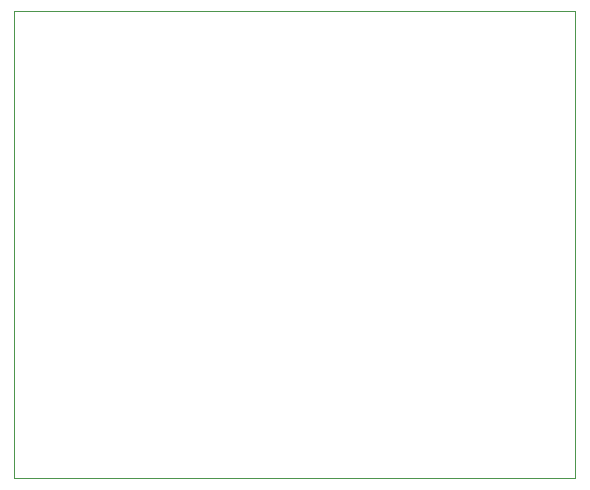
<source format=gbr>
%TF.GenerationSoftware,KiCad,Pcbnew,8.0.4*%
%TF.CreationDate,2024-11-19T14:35:57-03:00*%
%TF.ProjectId,GPS,4750532e-6b69-4636-9164-5f7063625858,rev?*%
%TF.SameCoordinates,Original*%
%TF.FileFunction,Profile,NP*%
%FSLAX46Y46*%
G04 Gerber Fmt 4.6, Leading zero omitted, Abs format (unit mm)*
G04 Created by KiCad (PCBNEW 8.0.4) date 2024-11-19 14:35:57*
%MOMM*%
%LPD*%
G01*
G04 APERTURE LIST*
%TA.AperFunction,Profile*%
%ADD10C,0.050000*%
%TD*%
G04 APERTURE END LIST*
D10*
X98701904Y-65000000D02*
X146201904Y-65000000D01*
X146201904Y-104500000D01*
X98701904Y-104500000D01*
X98701904Y-65000000D01*
M02*

</source>
